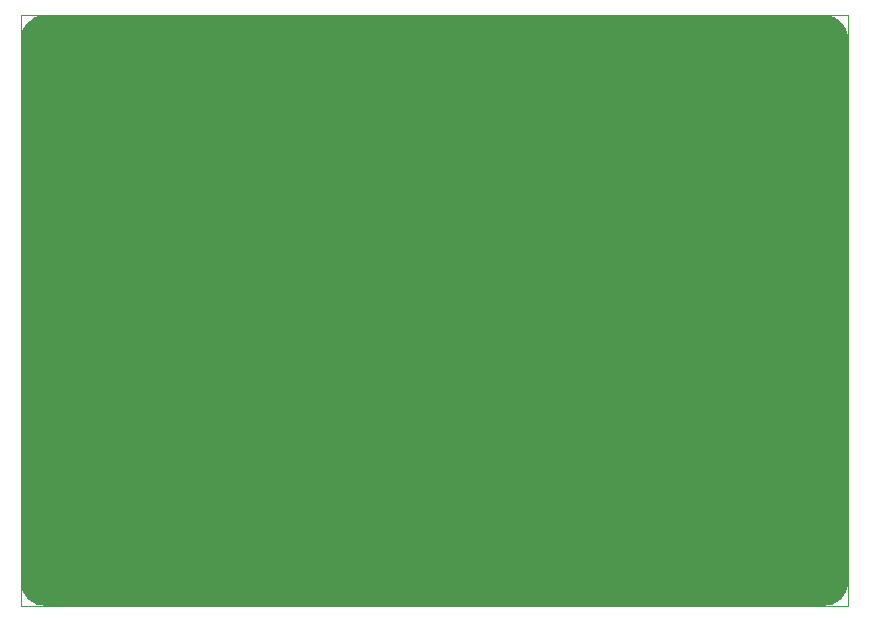
<source format=gm1>
G04 #@! TF.GenerationSoftware,KiCad,Pcbnew,7.0.10*
G04 #@! TF.CreationDate,2024-02-03T19:17:56+01:00*
G04 #@! TF.ProjectId,electrosluch_basic,656c6563-7472-46f7-936c-7563685f6261,rev?*
G04 #@! TF.SameCoordinates,Original*
G04 #@! TF.FileFunction,Profile,NP*
%FSLAX46Y46*%
G04 Gerber Fmt 4.6, Leading zero omitted, Abs format (unit mm)*
G04 Created by KiCad (PCBNEW 7.0.10) date 2024-02-03 19:17:56*
%MOMM*%
%LPD*%
G01*
G04 APERTURE LIST*
G04 #@! TA.AperFunction,Profile*
%ADD10C,0.100000*%
G04 #@! TD*
G04 APERTURE END LIST*
D10*
X50000000Y-50000000D02*
X120000000Y-50000000D01*
X120000000Y-100000000D01*
X50000000Y-100000000D01*
X50000000Y-50000000D01*
G36*
X118004418Y-50000316D02*
G01*
X118275785Y-50019724D01*
X118293297Y-50022242D01*
X118554794Y-50079127D01*
X118571770Y-50084111D01*
X118822524Y-50177638D01*
X118838617Y-50184988D01*
X119073496Y-50313241D01*
X119088380Y-50322806D01*
X119302624Y-50483188D01*
X119315994Y-50494774D01*
X119505225Y-50684005D01*
X119516811Y-50697375D01*
X119677193Y-50911619D01*
X119686758Y-50926503D01*
X119815011Y-51161382D01*
X119822361Y-51177475D01*
X119915888Y-51428229D01*
X119920872Y-51445205D01*
X119977757Y-51706702D01*
X119980275Y-51724214D01*
X119999684Y-51995581D01*
X120000000Y-52004427D01*
X120000000Y-97995572D01*
X119999684Y-98004418D01*
X119980275Y-98275785D01*
X119977757Y-98293297D01*
X119920872Y-98554794D01*
X119915888Y-98571770D01*
X119822361Y-98822524D01*
X119815011Y-98838617D01*
X119686758Y-99073496D01*
X119677193Y-99088380D01*
X119516811Y-99302624D01*
X119505225Y-99315994D01*
X119315994Y-99505225D01*
X119302624Y-99516811D01*
X119088380Y-99677193D01*
X119073496Y-99686758D01*
X118838617Y-99815011D01*
X118822524Y-99822361D01*
X118571770Y-99915888D01*
X118554794Y-99920872D01*
X118293297Y-99977757D01*
X118275785Y-99980275D01*
X118004418Y-99999684D01*
X117995572Y-100000000D01*
X52004428Y-100000000D01*
X51995582Y-99999684D01*
X51724214Y-99980275D01*
X51706702Y-99977757D01*
X51445205Y-99920872D01*
X51428229Y-99915888D01*
X51177475Y-99822361D01*
X51161382Y-99815011D01*
X50926503Y-99686758D01*
X50911619Y-99677193D01*
X50697375Y-99516811D01*
X50684005Y-99505225D01*
X50494774Y-99315994D01*
X50483188Y-99302624D01*
X50322806Y-99088380D01*
X50313241Y-99073496D01*
X50184988Y-98838617D01*
X50177638Y-98822524D01*
X50084111Y-98571770D01*
X50079127Y-98554794D01*
X50022242Y-98293297D01*
X50019724Y-98275785D01*
X50000316Y-98004418D01*
X50000000Y-97995572D01*
X50000000Y-52004427D01*
X50000316Y-51995581D01*
X50019724Y-51724214D01*
X50022242Y-51706702D01*
X50079127Y-51445205D01*
X50084111Y-51428229D01*
X50177638Y-51177475D01*
X50184988Y-51161382D01*
X50313241Y-50926503D01*
X50322806Y-50911619D01*
X50483188Y-50697375D01*
X50494774Y-50684005D01*
X50684005Y-50494774D01*
X50697375Y-50483188D01*
X50911619Y-50322806D01*
X50926503Y-50313241D01*
X51161382Y-50184988D01*
X51177475Y-50177638D01*
X51428229Y-50084111D01*
X51445205Y-50079127D01*
X51706702Y-50022242D01*
X51724214Y-50019724D01*
X51995582Y-50000316D01*
X52004428Y-50000000D01*
X117995572Y-50000000D01*
X118004418Y-50000316D01*
G37*
M02*

</source>
